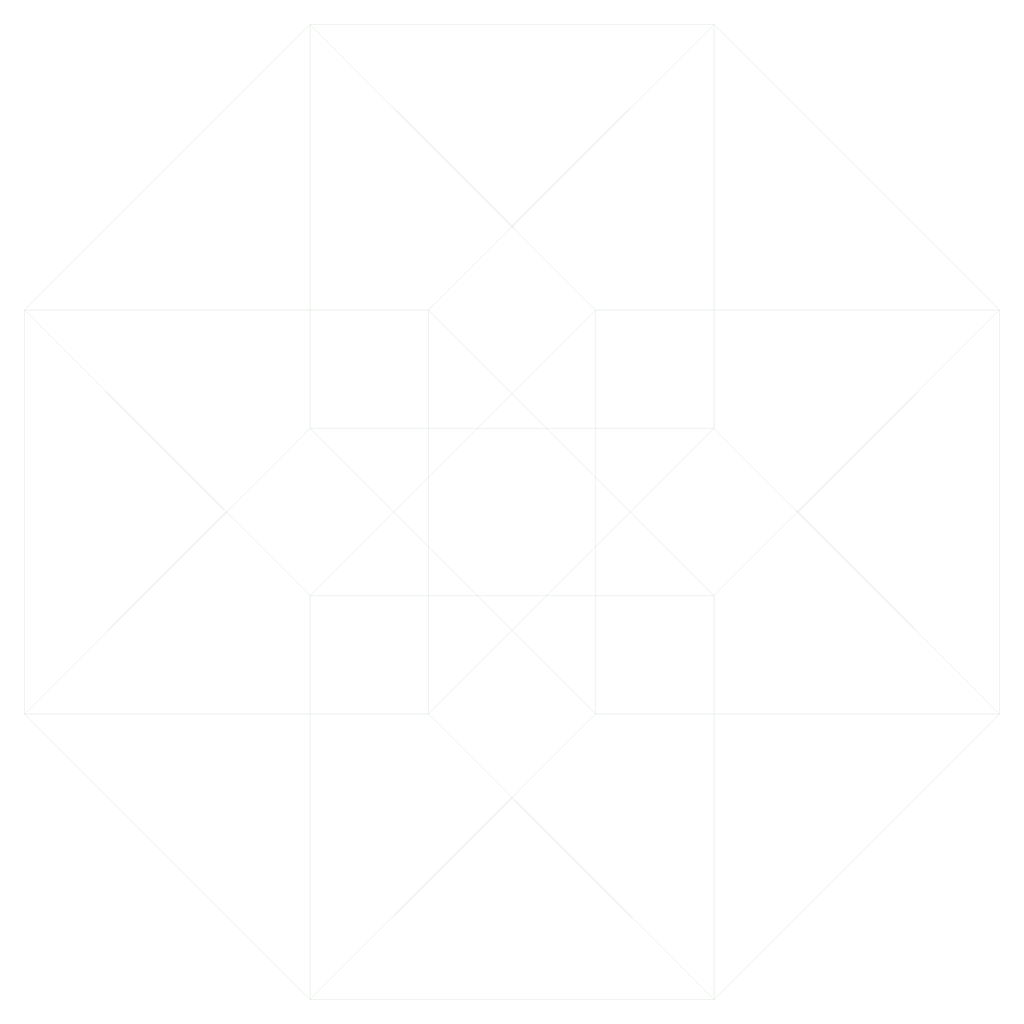
<source format=gbr>
%MOMM*%
%FSLAX26Y26*%
%LPD*%
%ADD10C,0.125*%
D10*
X636463480Y23736832D02*
G01*
%LS3.79223779587408*%
X277536520Y23736832D01*
%LS0.414213562373095*%
X277536520Y382663792D01*
%LS0.636619772367581*%
X531336208Y636463480D01*
X531336208Y277536520D01*
%LS1.5707963267949*%
X277536520Y23736832D01*
%LS2.4142135623731*%
X23736832Y277536520D01*
%LS1*%
X23736832Y636463480D01*
%LS1*%
X277536520Y890263168D01*
%LS0.414213562373095*%
X277536520Y531336208D01*
%LS1*%
X23736832Y277536520D01*
%LS0.999999999999999*%
X382663792Y277536520D01*
%LS0.636619772367581*%
X382663792Y636463480D01*
%LS1.5707963267949*%
X636463480Y890263168D01*
%LS0.999999999999999*%
X636463480Y531336208D01*
%LS0.636619772367581*%
X382663792Y277536520D01*
%LS1.5707963267949*%
X636463480Y23736832D01*
%LS1*%
X636463480Y382663792D01*
%LS0.636619772367581*%
X277536520Y382663792D01*
%LS1.5707963267949*%
X23736832Y636463480D01*
%LS1*%
X382663792Y636463480D01*
%LS0.636619772367581*%
X636463480Y382663792D01*
%LS1.5707963267949*%
X890263168Y636463480D01*
%LS1*%
X531336208Y636463480D01*
%LS0.999999999999999*%
X277536520Y890263168D01*
%LS2.4142135623731*%
X636463480Y890263168D01*
%LS1*%
X890263168Y636463480D01*
X890263168Y277536520D01*
%LS0.414213562373095*%
X531336208Y277536520D01*
%LS0.636619772367581*%
X277536520Y531336208D01*
X636463480Y531336208D01*
%LS1.5707963267949*%
X890263168Y277536520D01*
%LS2.41421356237309*%
X636463480Y23736832D01*
M02*

</source>
